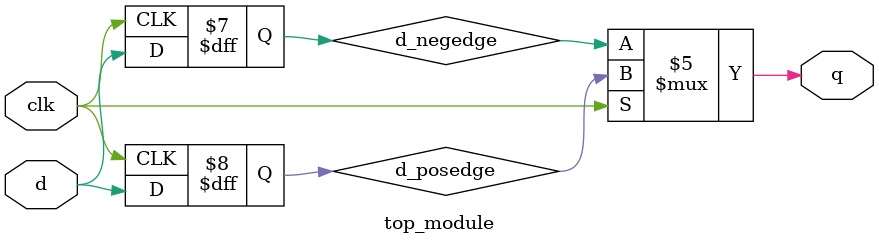
<source format=sv>
module top_module(
    input clk,
    input d,
    output reg q);

    reg d_posedge, d_negedge;

    always @(posedge clk) begin
        d_posedge <= d;
    end

    always @(negedge clk) begin
        d_negedge <= d;
    end

    always @* begin
        if (clk) begin
            q = d_posedge;
        end else begin
            q = d_negedge;
        end
    end
endmodule

</source>
